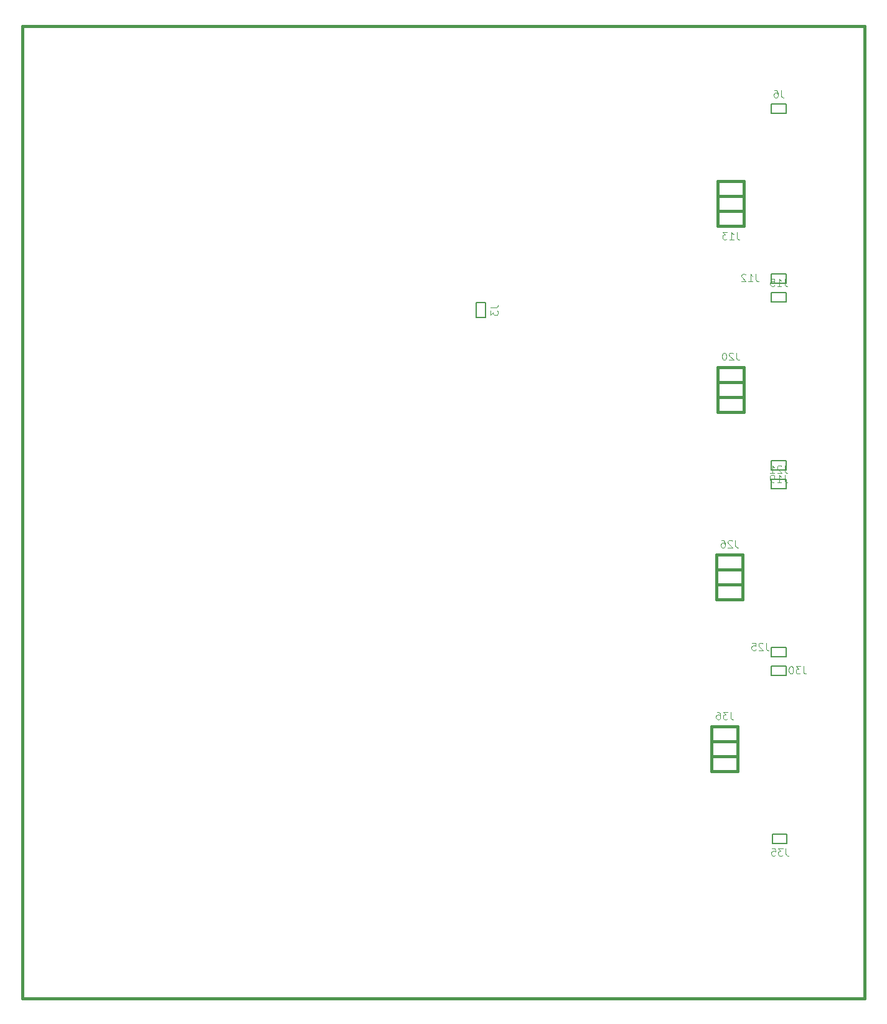
<source format=gbo>
G04 (created by PCBNEW-RS274X (2011-07-14 BZR 3049)-stable) date Fri 15 Jul 2011 10:43:33 AM CEST*
G01*
G70*
G90*
%MOIN*%
G04 Gerber Fmt 3.4, Leading zero omitted, Abs format*
%FSLAX34Y34*%
G04 APERTURE LIST*
%ADD10C,0.006000*%
%ADD11C,0.015000*%
%ADD12C,0.003900*%
G04 APERTURE END LIST*
G54D10*
G54D11*
X12008Y-66043D02*
X12008Y-13976D01*
X57087Y-66043D02*
X12008Y-66043D01*
X57087Y-13976D02*
X57087Y-66043D01*
X56988Y-13976D02*
X57087Y-13976D01*
X12008Y-13976D02*
X56988Y-13976D01*
G54D10*
X36304Y-28807D02*
X36304Y-29593D01*
X36304Y-29593D02*
X36796Y-29593D01*
X36796Y-29593D02*
X36796Y-28807D01*
X36796Y-28807D02*
X36304Y-28807D01*
X52107Y-18646D02*
X52893Y-18646D01*
X52893Y-18646D02*
X52893Y-18154D01*
X52893Y-18154D02*
X52107Y-18154D01*
X52107Y-18154D02*
X52107Y-18646D01*
X52893Y-27254D02*
X52107Y-27254D01*
X52107Y-27254D02*
X52107Y-27746D01*
X52107Y-27746D02*
X52893Y-27746D01*
X52893Y-27746D02*
X52893Y-27254D01*
X52107Y-28746D02*
X52893Y-28746D01*
X52893Y-28746D02*
X52893Y-28254D01*
X52893Y-28254D02*
X52107Y-28254D01*
X52107Y-28254D02*
X52107Y-28746D01*
X52893Y-37254D02*
X52107Y-37254D01*
X52107Y-37254D02*
X52107Y-37746D01*
X52107Y-37746D02*
X52893Y-37746D01*
X52893Y-37746D02*
X52893Y-37254D01*
X52107Y-38746D02*
X52893Y-38746D01*
X52893Y-38746D02*
X52893Y-38254D01*
X52893Y-38254D02*
X52107Y-38254D01*
X52107Y-38254D02*
X52107Y-38746D01*
X52893Y-47254D02*
X52107Y-47254D01*
X52107Y-47254D02*
X52107Y-47746D01*
X52107Y-47746D02*
X52893Y-47746D01*
X52893Y-47746D02*
X52893Y-47254D01*
X52107Y-48746D02*
X52893Y-48746D01*
X52893Y-48746D02*
X52893Y-48254D01*
X52893Y-48254D02*
X52107Y-48254D01*
X52107Y-48254D02*
X52107Y-48746D01*
X52943Y-57254D02*
X52157Y-57254D01*
X52157Y-57254D02*
X52157Y-57746D01*
X52157Y-57746D02*
X52943Y-57746D01*
X52943Y-57746D02*
X52943Y-57254D01*
G54D11*
X50640Y-23900D02*
X50640Y-24700D01*
X50640Y-24700D02*
X49240Y-24700D01*
X49240Y-24700D02*
X49240Y-23900D01*
X50640Y-23000D02*
X50640Y-23200D01*
X49240Y-23100D02*
X49240Y-23900D01*
X49240Y-23900D02*
X50640Y-23900D01*
X50640Y-23900D02*
X50640Y-23200D01*
X49340Y-22300D02*
X49240Y-22300D01*
X49240Y-22300D02*
X49240Y-23100D01*
X49240Y-23100D02*
X50540Y-23100D01*
X50540Y-23100D02*
X50640Y-23100D01*
X50640Y-23100D02*
X50640Y-22300D01*
X50640Y-22300D02*
X50540Y-22300D01*
X50540Y-22300D02*
X49340Y-22300D01*
X49220Y-33060D02*
X49220Y-32260D01*
X49220Y-32260D02*
X50620Y-32260D01*
X50620Y-32260D02*
X50620Y-33060D01*
X49220Y-33960D02*
X49220Y-33760D01*
X50620Y-33860D02*
X50620Y-33060D01*
X50620Y-33060D02*
X49220Y-33060D01*
X49220Y-33060D02*
X49220Y-33760D01*
X50520Y-34660D02*
X50620Y-34660D01*
X50620Y-34660D02*
X50620Y-33860D01*
X50620Y-33860D02*
X49320Y-33860D01*
X49320Y-33860D02*
X49220Y-33860D01*
X49220Y-33860D02*
X49220Y-34660D01*
X49220Y-34660D02*
X49320Y-34660D01*
X49320Y-34660D02*
X50520Y-34660D01*
X49160Y-43100D02*
X49160Y-42300D01*
X49160Y-42300D02*
X50560Y-42300D01*
X50560Y-42300D02*
X50560Y-43100D01*
X49160Y-44000D02*
X49160Y-43800D01*
X50560Y-43900D02*
X50560Y-43100D01*
X50560Y-43100D02*
X49160Y-43100D01*
X49160Y-43100D02*
X49160Y-43800D01*
X50460Y-44700D02*
X50560Y-44700D01*
X50560Y-44700D02*
X50560Y-43900D01*
X50560Y-43900D02*
X49260Y-43900D01*
X49260Y-43900D02*
X49160Y-43900D01*
X49160Y-43900D02*
X49160Y-44700D01*
X49160Y-44700D02*
X49260Y-44700D01*
X49260Y-44700D02*
X50460Y-44700D01*
X48900Y-52300D02*
X48900Y-51500D01*
X48900Y-51500D02*
X50300Y-51500D01*
X50300Y-51500D02*
X50300Y-52300D01*
X48900Y-53200D02*
X48900Y-53000D01*
X50300Y-53100D02*
X50300Y-52300D01*
X50300Y-52300D02*
X48900Y-52300D01*
X48900Y-52300D02*
X48900Y-53000D01*
X50200Y-53900D02*
X50300Y-53900D01*
X50300Y-53900D02*
X50300Y-53100D01*
X50300Y-53100D02*
X49000Y-53100D01*
X49000Y-53100D02*
X48900Y-53100D01*
X48900Y-53100D02*
X48900Y-53900D01*
X48900Y-53900D02*
X49000Y-53900D01*
X49000Y-53900D02*
X50200Y-53900D01*
G54D12*
X37065Y-29069D02*
X37347Y-29069D01*
X37403Y-29051D01*
X37441Y-29013D01*
X37459Y-28957D01*
X37459Y-28919D01*
X37065Y-29219D02*
X37065Y-29463D01*
X37216Y-29332D01*
X37216Y-29388D01*
X37234Y-29426D01*
X37253Y-29444D01*
X37291Y-29463D01*
X37384Y-29463D01*
X37422Y-29444D01*
X37441Y-29426D01*
X37459Y-29388D01*
X37459Y-29276D01*
X37441Y-29238D01*
X37422Y-29219D01*
X52631Y-17415D02*
X52631Y-17697D01*
X52649Y-17753D01*
X52687Y-17791D01*
X52743Y-17809D01*
X52781Y-17809D01*
X52274Y-17415D02*
X52349Y-17415D01*
X52387Y-17434D01*
X52406Y-17453D01*
X52443Y-17509D01*
X52462Y-17584D01*
X52462Y-17734D01*
X52443Y-17772D01*
X52424Y-17791D01*
X52387Y-17809D01*
X52312Y-17809D01*
X52274Y-17791D01*
X52256Y-17772D01*
X52237Y-17734D01*
X52237Y-17641D01*
X52256Y-17603D01*
X52274Y-17584D01*
X52312Y-17566D01*
X52387Y-17566D01*
X52424Y-17584D01*
X52443Y-17603D01*
X52462Y-17641D01*
X51269Y-27265D02*
X51269Y-27547D01*
X51287Y-27603D01*
X51325Y-27641D01*
X51381Y-27659D01*
X51419Y-27659D01*
X50875Y-27659D02*
X51100Y-27659D01*
X50987Y-27659D02*
X50987Y-27265D01*
X51025Y-27322D01*
X51062Y-27359D01*
X51100Y-27378D01*
X50725Y-27303D02*
X50706Y-27284D01*
X50669Y-27265D01*
X50575Y-27265D01*
X50537Y-27284D01*
X50519Y-27303D01*
X50500Y-27341D01*
X50500Y-27378D01*
X50519Y-27434D01*
X50744Y-27659D01*
X50500Y-27659D01*
X52819Y-27515D02*
X52819Y-27797D01*
X52837Y-27853D01*
X52875Y-27891D01*
X52931Y-27909D01*
X52969Y-27909D01*
X52425Y-27909D02*
X52650Y-27909D01*
X52537Y-27909D02*
X52537Y-27515D01*
X52575Y-27572D01*
X52612Y-27609D01*
X52650Y-27628D01*
X52069Y-27515D02*
X52256Y-27515D01*
X52275Y-27703D01*
X52256Y-27684D01*
X52219Y-27666D01*
X52125Y-27666D01*
X52087Y-27684D01*
X52069Y-27703D01*
X52050Y-27741D01*
X52050Y-27834D01*
X52069Y-27872D01*
X52087Y-27891D01*
X52125Y-27909D01*
X52219Y-27909D01*
X52256Y-27891D01*
X52275Y-27872D01*
X52819Y-38015D02*
X52819Y-38297D01*
X52837Y-38353D01*
X52875Y-38391D01*
X52931Y-38409D01*
X52969Y-38409D01*
X52425Y-38409D02*
X52650Y-38409D01*
X52537Y-38409D02*
X52537Y-38015D01*
X52575Y-38072D01*
X52612Y-38109D01*
X52650Y-38128D01*
X52237Y-38409D02*
X52162Y-38409D01*
X52125Y-38391D01*
X52106Y-38372D01*
X52069Y-38316D01*
X52050Y-38241D01*
X52050Y-38091D01*
X52069Y-38053D01*
X52087Y-38034D01*
X52125Y-38015D01*
X52200Y-38015D01*
X52237Y-38034D01*
X52256Y-38053D01*
X52275Y-38091D01*
X52275Y-38184D01*
X52256Y-38222D01*
X52237Y-38241D01*
X52200Y-38259D01*
X52125Y-38259D01*
X52087Y-38241D01*
X52069Y-38222D01*
X52050Y-38184D01*
X52819Y-37515D02*
X52819Y-37797D01*
X52837Y-37853D01*
X52875Y-37891D01*
X52931Y-37909D01*
X52969Y-37909D01*
X52650Y-37553D02*
X52631Y-37534D01*
X52594Y-37515D01*
X52500Y-37515D01*
X52462Y-37534D01*
X52444Y-37553D01*
X52425Y-37591D01*
X52425Y-37628D01*
X52444Y-37684D01*
X52669Y-37909D01*
X52425Y-37909D01*
X52050Y-37909D02*
X52275Y-37909D01*
X52162Y-37909D02*
X52162Y-37515D01*
X52200Y-37572D01*
X52237Y-37609D01*
X52275Y-37628D01*
X51819Y-47015D02*
X51819Y-47297D01*
X51837Y-47353D01*
X51875Y-47391D01*
X51931Y-47409D01*
X51969Y-47409D01*
X51650Y-47053D02*
X51631Y-47034D01*
X51594Y-47015D01*
X51500Y-47015D01*
X51462Y-47034D01*
X51444Y-47053D01*
X51425Y-47091D01*
X51425Y-47128D01*
X51444Y-47184D01*
X51669Y-47409D01*
X51425Y-47409D01*
X51069Y-47015D02*
X51256Y-47015D01*
X51275Y-47203D01*
X51256Y-47184D01*
X51219Y-47166D01*
X51125Y-47166D01*
X51087Y-47184D01*
X51069Y-47203D01*
X51050Y-47241D01*
X51050Y-47334D01*
X51069Y-47372D01*
X51087Y-47391D01*
X51125Y-47409D01*
X51219Y-47409D01*
X51256Y-47391D01*
X51275Y-47372D01*
X53819Y-48265D02*
X53819Y-48547D01*
X53837Y-48603D01*
X53875Y-48641D01*
X53931Y-48659D01*
X53969Y-48659D01*
X53669Y-48265D02*
X53425Y-48265D01*
X53556Y-48416D01*
X53500Y-48416D01*
X53462Y-48434D01*
X53444Y-48453D01*
X53425Y-48491D01*
X53425Y-48584D01*
X53444Y-48622D01*
X53462Y-48641D01*
X53500Y-48659D01*
X53612Y-48659D01*
X53650Y-48641D01*
X53669Y-48622D01*
X53181Y-48265D02*
X53144Y-48265D01*
X53106Y-48284D01*
X53087Y-48303D01*
X53069Y-48341D01*
X53050Y-48416D01*
X53050Y-48509D01*
X53069Y-48584D01*
X53087Y-48622D01*
X53106Y-48641D01*
X53144Y-48659D01*
X53181Y-48659D01*
X53219Y-48641D01*
X53237Y-48622D01*
X53256Y-48584D01*
X53275Y-48509D01*
X53275Y-48416D01*
X53256Y-48341D01*
X53237Y-48303D01*
X53219Y-48284D01*
X53181Y-48265D01*
X52869Y-58015D02*
X52869Y-58297D01*
X52887Y-58353D01*
X52925Y-58391D01*
X52981Y-58409D01*
X53019Y-58409D01*
X52719Y-58015D02*
X52475Y-58015D01*
X52606Y-58166D01*
X52550Y-58166D01*
X52512Y-58184D01*
X52494Y-58203D01*
X52475Y-58241D01*
X52475Y-58334D01*
X52494Y-58372D01*
X52512Y-58391D01*
X52550Y-58409D01*
X52662Y-58409D01*
X52700Y-58391D01*
X52719Y-58372D01*
X52119Y-58015D02*
X52306Y-58015D01*
X52325Y-58203D01*
X52306Y-58184D01*
X52269Y-58166D01*
X52175Y-58166D01*
X52137Y-58184D01*
X52119Y-58203D01*
X52100Y-58241D01*
X52100Y-58334D01*
X52119Y-58372D01*
X52137Y-58391D01*
X52175Y-58409D01*
X52269Y-58409D01*
X52306Y-58391D01*
X52325Y-58372D01*
X50259Y-25015D02*
X50259Y-25297D01*
X50277Y-25353D01*
X50315Y-25391D01*
X50371Y-25409D01*
X50409Y-25409D01*
X49865Y-25409D02*
X50090Y-25409D01*
X49977Y-25409D02*
X49977Y-25015D01*
X50015Y-25072D01*
X50052Y-25109D01*
X50090Y-25128D01*
X49734Y-25015D02*
X49490Y-25015D01*
X49621Y-25166D01*
X49565Y-25166D01*
X49527Y-25184D01*
X49509Y-25203D01*
X49490Y-25241D01*
X49490Y-25334D01*
X49509Y-25372D01*
X49527Y-25391D01*
X49565Y-25409D01*
X49677Y-25409D01*
X49715Y-25391D01*
X49734Y-25372D01*
X50239Y-31475D02*
X50239Y-31757D01*
X50257Y-31813D01*
X50295Y-31851D01*
X50351Y-31869D01*
X50389Y-31869D01*
X50070Y-31513D02*
X50051Y-31494D01*
X50014Y-31475D01*
X49920Y-31475D01*
X49882Y-31494D01*
X49864Y-31513D01*
X49845Y-31551D01*
X49845Y-31588D01*
X49864Y-31644D01*
X50089Y-31869D01*
X49845Y-31869D01*
X49601Y-31475D02*
X49564Y-31475D01*
X49526Y-31494D01*
X49507Y-31513D01*
X49489Y-31551D01*
X49470Y-31626D01*
X49470Y-31719D01*
X49489Y-31794D01*
X49507Y-31832D01*
X49526Y-31851D01*
X49564Y-31869D01*
X49601Y-31869D01*
X49639Y-31851D01*
X49657Y-31832D01*
X49676Y-31794D01*
X49695Y-31719D01*
X49695Y-31626D01*
X49676Y-31551D01*
X49657Y-31513D01*
X49639Y-31494D01*
X49601Y-31475D01*
X50179Y-41515D02*
X50179Y-41797D01*
X50197Y-41853D01*
X50235Y-41891D01*
X50291Y-41909D01*
X50329Y-41909D01*
X50010Y-41553D02*
X49991Y-41534D01*
X49954Y-41515D01*
X49860Y-41515D01*
X49822Y-41534D01*
X49804Y-41553D01*
X49785Y-41591D01*
X49785Y-41628D01*
X49804Y-41684D01*
X50029Y-41909D01*
X49785Y-41909D01*
X49447Y-41515D02*
X49522Y-41515D01*
X49560Y-41534D01*
X49579Y-41553D01*
X49616Y-41609D01*
X49635Y-41684D01*
X49635Y-41834D01*
X49616Y-41872D01*
X49597Y-41891D01*
X49560Y-41909D01*
X49485Y-41909D01*
X49447Y-41891D01*
X49429Y-41872D01*
X49410Y-41834D01*
X49410Y-41741D01*
X49429Y-41703D01*
X49447Y-41684D01*
X49485Y-41666D01*
X49560Y-41666D01*
X49597Y-41684D01*
X49616Y-41703D01*
X49635Y-41741D01*
X49919Y-50715D02*
X49919Y-50997D01*
X49937Y-51053D01*
X49975Y-51091D01*
X50031Y-51109D01*
X50069Y-51109D01*
X49769Y-50715D02*
X49525Y-50715D01*
X49656Y-50866D01*
X49600Y-50866D01*
X49562Y-50884D01*
X49544Y-50903D01*
X49525Y-50941D01*
X49525Y-51034D01*
X49544Y-51072D01*
X49562Y-51091D01*
X49600Y-51109D01*
X49712Y-51109D01*
X49750Y-51091D01*
X49769Y-51072D01*
X49187Y-50715D02*
X49262Y-50715D01*
X49300Y-50734D01*
X49319Y-50753D01*
X49356Y-50809D01*
X49375Y-50884D01*
X49375Y-51034D01*
X49356Y-51072D01*
X49337Y-51091D01*
X49300Y-51109D01*
X49225Y-51109D01*
X49187Y-51091D01*
X49169Y-51072D01*
X49150Y-51034D01*
X49150Y-50941D01*
X49169Y-50903D01*
X49187Y-50884D01*
X49225Y-50866D01*
X49300Y-50866D01*
X49337Y-50884D01*
X49356Y-50903D01*
X49375Y-50941D01*
M02*

</source>
